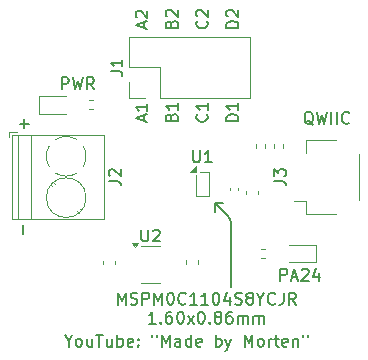
<source format=gbr>
%TF.GenerationSoftware,KiCad,Pcbnew,8.0.0-rc3-3-g27911d9b5a*%
%TF.CreationDate,2025-03-15T22:51:05+01:00*%
%TF.ProjectId,MSPM0C1104S8YCJR,4d53504d-3043-4313-9130-34533859434a,rev?*%
%TF.SameCoordinates,Original*%
%TF.FileFunction,Legend,Top*%
%TF.FilePolarity,Positive*%
%FSLAX46Y46*%
G04 Gerber Fmt 4.6, Leading zero omitted, Abs format (unit mm)*
G04 Created by KiCad (PCBNEW 8.0.0-rc3-3-g27911d9b5a) date 2025-03-15 22:51:05*
%MOMM*%
%LPD*%
G01*
G04 APERTURE LIST*
%ADD10C,0.150000*%
%ADD11C,0.200000*%
%ADD12C,0.120000*%
G04 APERTURE END LIST*
D10*
X135713445Y-90585057D02*
X135618207Y-90537438D01*
X135618207Y-90537438D02*
X135522969Y-90442200D01*
X135522969Y-90442200D02*
X135380112Y-90299342D01*
X135380112Y-90299342D02*
X135284874Y-90251723D01*
X135284874Y-90251723D02*
X135189636Y-90251723D01*
X135237255Y-90489819D02*
X135142017Y-90442200D01*
X135142017Y-90442200D02*
X135046779Y-90346961D01*
X135046779Y-90346961D02*
X134999160Y-90156485D01*
X134999160Y-90156485D02*
X134999160Y-89823152D01*
X134999160Y-89823152D02*
X135046779Y-89632676D01*
X135046779Y-89632676D02*
X135142017Y-89537438D01*
X135142017Y-89537438D02*
X135237255Y-89489819D01*
X135237255Y-89489819D02*
X135427731Y-89489819D01*
X135427731Y-89489819D02*
X135522969Y-89537438D01*
X135522969Y-89537438D02*
X135618207Y-89632676D01*
X135618207Y-89632676D02*
X135665826Y-89823152D01*
X135665826Y-89823152D02*
X135665826Y-90156485D01*
X135665826Y-90156485D02*
X135618207Y-90346961D01*
X135618207Y-90346961D02*
X135522969Y-90442200D01*
X135522969Y-90442200D02*
X135427731Y-90489819D01*
X135427731Y-90489819D02*
X135237255Y-90489819D01*
X135999160Y-89489819D02*
X136237255Y-90489819D01*
X136237255Y-90489819D02*
X136427731Y-89775533D01*
X136427731Y-89775533D02*
X136618207Y-90489819D01*
X136618207Y-90489819D02*
X136856303Y-89489819D01*
X137237255Y-90489819D02*
X137237255Y-89489819D01*
X137713445Y-90489819D02*
X137713445Y-89489819D01*
X138761063Y-90394580D02*
X138713444Y-90442200D01*
X138713444Y-90442200D02*
X138570587Y-90489819D01*
X138570587Y-90489819D02*
X138475349Y-90489819D01*
X138475349Y-90489819D02*
X138332492Y-90442200D01*
X138332492Y-90442200D02*
X138237254Y-90346961D01*
X138237254Y-90346961D02*
X138189635Y-90251723D01*
X138189635Y-90251723D02*
X138142016Y-90061247D01*
X138142016Y-90061247D02*
X138142016Y-89918390D01*
X138142016Y-89918390D02*
X138189635Y-89727914D01*
X138189635Y-89727914D02*
X138237254Y-89632676D01*
X138237254Y-89632676D02*
X138332492Y-89537438D01*
X138332492Y-89537438D02*
X138475349Y-89489819D01*
X138475349Y-89489819D02*
X138570587Y-89489819D01*
X138570587Y-89489819D02*
X138713444Y-89537438D01*
X138713444Y-89537438D02*
X138761063Y-89585057D01*
D11*
X128760000Y-98980000D02*
X128760000Y-104340000D01*
X128445525Y-98249082D02*
G75*
G02*
X128762336Y-99013935I-764854J-764852D01*
G01*
D10*
X132936779Y-103769819D02*
X132936779Y-102769819D01*
X132936779Y-102769819D02*
X133317731Y-102769819D01*
X133317731Y-102769819D02*
X133412969Y-102817438D01*
X133412969Y-102817438D02*
X133460588Y-102865057D01*
X133460588Y-102865057D02*
X133508207Y-102960295D01*
X133508207Y-102960295D02*
X133508207Y-103103152D01*
X133508207Y-103103152D02*
X133460588Y-103198390D01*
X133460588Y-103198390D02*
X133412969Y-103246009D01*
X133412969Y-103246009D02*
X133317731Y-103293628D01*
X133317731Y-103293628D02*
X132936779Y-103293628D01*
X133889160Y-103484104D02*
X134365350Y-103484104D01*
X133793922Y-103769819D02*
X134127255Y-102769819D01*
X134127255Y-102769819D02*
X134460588Y-103769819D01*
X134746303Y-102865057D02*
X134793922Y-102817438D01*
X134793922Y-102817438D02*
X134889160Y-102769819D01*
X134889160Y-102769819D02*
X135127255Y-102769819D01*
X135127255Y-102769819D02*
X135222493Y-102817438D01*
X135222493Y-102817438D02*
X135270112Y-102865057D01*
X135270112Y-102865057D02*
X135317731Y-102960295D01*
X135317731Y-102960295D02*
X135317731Y-103055533D01*
X135317731Y-103055533D02*
X135270112Y-103198390D01*
X135270112Y-103198390D02*
X134698684Y-103769819D01*
X134698684Y-103769819D02*
X135317731Y-103769819D01*
X136174874Y-103103152D02*
X136174874Y-103769819D01*
X135936779Y-102722200D02*
X135698684Y-103436485D01*
X135698684Y-103436485D02*
X136317731Y-103436485D01*
X114436779Y-87569819D02*
X114436779Y-86569819D01*
X114436779Y-86569819D02*
X114817731Y-86569819D01*
X114817731Y-86569819D02*
X114912969Y-86617438D01*
X114912969Y-86617438D02*
X114960588Y-86665057D01*
X114960588Y-86665057D02*
X115008207Y-86760295D01*
X115008207Y-86760295D02*
X115008207Y-86903152D01*
X115008207Y-86903152D02*
X114960588Y-86998390D01*
X114960588Y-86998390D02*
X114912969Y-87046009D01*
X114912969Y-87046009D02*
X114817731Y-87093628D01*
X114817731Y-87093628D02*
X114436779Y-87093628D01*
X115341541Y-86569819D02*
X115579636Y-87569819D01*
X115579636Y-87569819D02*
X115770112Y-86855533D01*
X115770112Y-86855533D02*
X115960588Y-87569819D01*
X115960588Y-87569819D02*
X116198684Y-86569819D01*
X117151064Y-87569819D02*
X116817731Y-87093628D01*
X116579636Y-87569819D02*
X116579636Y-86569819D01*
X116579636Y-86569819D02*
X116960588Y-86569819D01*
X116960588Y-86569819D02*
X117055826Y-86617438D01*
X117055826Y-86617438D02*
X117103445Y-86665057D01*
X117103445Y-86665057D02*
X117151064Y-86760295D01*
X117151064Y-86760295D02*
X117151064Y-86903152D01*
X117151064Y-86903152D02*
X117103445Y-86998390D01*
X117103445Y-86998390D02*
X117055826Y-87046009D01*
X117055826Y-87046009D02*
X116960588Y-87093628D01*
X116960588Y-87093628D02*
X116579636Y-87093628D01*
X114999998Y-108883628D02*
X114999998Y-109359819D01*
X114666665Y-108359819D02*
X114999998Y-108883628D01*
X114999998Y-108883628D02*
X115333331Y-108359819D01*
X115809522Y-109359819D02*
X115714284Y-109312200D01*
X115714284Y-109312200D02*
X115666665Y-109264580D01*
X115666665Y-109264580D02*
X115619046Y-109169342D01*
X115619046Y-109169342D02*
X115619046Y-108883628D01*
X115619046Y-108883628D02*
X115666665Y-108788390D01*
X115666665Y-108788390D02*
X115714284Y-108740771D01*
X115714284Y-108740771D02*
X115809522Y-108693152D01*
X115809522Y-108693152D02*
X115952379Y-108693152D01*
X115952379Y-108693152D02*
X116047617Y-108740771D01*
X116047617Y-108740771D02*
X116095236Y-108788390D01*
X116095236Y-108788390D02*
X116142855Y-108883628D01*
X116142855Y-108883628D02*
X116142855Y-109169342D01*
X116142855Y-109169342D02*
X116095236Y-109264580D01*
X116095236Y-109264580D02*
X116047617Y-109312200D01*
X116047617Y-109312200D02*
X115952379Y-109359819D01*
X115952379Y-109359819D02*
X115809522Y-109359819D01*
X116999998Y-108693152D02*
X116999998Y-109359819D01*
X116571427Y-108693152D02*
X116571427Y-109216961D01*
X116571427Y-109216961D02*
X116619046Y-109312200D01*
X116619046Y-109312200D02*
X116714284Y-109359819D01*
X116714284Y-109359819D02*
X116857141Y-109359819D01*
X116857141Y-109359819D02*
X116952379Y-109312200D01*
X116952379Y-109312200D02*
X116999998Y-109264580D01*
X117333332Y-108359819D02*
X117904760Y-108359819D01*
X117619046Y-109359819D02*
X117619046Y-108359819D01*
X118666665Y-108693152D02*
X118666665Y-109359819D01*
X118238094Y-108693152D02*
X118238094Y-109216961D01*
X118238094Y-109216961D02*
X118285713Y-109312200D01*
X118285713Y-109312200D02*
X118380951Y-109359819D01*
X118380951Y-109359819D02*
X118523808Y-109359819D01*
X118523808Y-109359819D02*
X118619046Y-109312200D01*
X118619046Y-109312200D02*
X118666665Y-109264580D01*
X119142856Y-109359819D02*
X119142856Y-108359819D01*
X119142856Y-108740771D02*
X119238094Y-108693152D01*
X119238094Y-108693152D02*
X119428570Y-108693152D01*
X119428570Y-108693152D02*
X119523808Y-108740771D01*
X119523808Y-108740771D02*
X119571427Y-108788390D01*
X119571427Y-108788390D02*
X119619046Y-108883628D01*
X119619046Y-108883628D02*
X119619046Y-109169342D01*
X119619046Y-109169342D02*
X119571427Y-109264580D01*
X119571427Y-109264580D02*
X119523808Y-109312200D01*
X119523808Y-109312200D02*
X119428570Y-109359819D01*
X119428570Y-109359819D02*
X119238094Y-109359819D01*
X119238094Y-109359819D02*
X119142856Y-109312200D01*
X120428570Y-109312200D02*
X120333332Y-109359819D01*
X120333332Y-109359819D02*
X120142856Y-109359819D01*
X120142856Y-109359819D02*
X120047618Y-109312200D01*
X120047618Y-109312200D02*
X119999999Y-109216961D01*
X119999999Y-109216961D02*
X119999999Y-108836009D01*
X119999999Y-108836009D02*
X120047618Y-108740771D01*
X120047618Y-108740771D02*
X120142856Y-108693152D01*
X120142856Y-108693152D02*
X120333332Y-108693152D01*
X120333332Y-108693152D02*
X120428570Y-108740771D01*
X120428570Y-108740771D02*
X120476189Y-108836009D01*
X120476189Y-108836009D02*
X120476189Y-108931247D01*
X120476189Y-108931247D02*
X119999999Y-109026485D01*
X120904761Y-109264580D02*
X120952380Y-109312200D01*
X120952380Y-109312200D02*
X120904761Y-109359819D01*
X120904761Y-109359819D02*
X120857142Y-109312200D01*
X120857142Y-109312200D02*
X120904761Y-109264580D01*
X120904761Y-109264580D02*
X120904761Y-109359819D01*
X120904761Y-108740771D02*
X120952380Y-108788390D01*
X120952380Y-108788390D02*
X120904761Y-108836009D01*
X120904761Y-108836009D02*
X120857142Y-108788390D01*
X120857142Y-108788390D02*
X120904761Y-108740771D01*
X120904761Y-108740771D02*
X120904761Y-108836009D01*
X122095237Y-108359819D02*
X122095237Y-108550295D01*
X122476189Y-108359819D02*
X122476189Y-108550295D01*
X122904761Y-109359819D02*
X122904761Y-108359819D01*
X122904761Y-108359819D02*
X123238094Y-109074104D01*
X123238094Y-109074104D02*
X123571427Y-108359819D01*
X123571427Y-108359819D02*
X123571427Y-109359819D01*
X124476189Y-109359819D02*
X124476189Y-108836009D01*
X124476189Y-108836009D02*
X124428570Y-108740771D01*
X124428570Y-108740771D02*
X124333332Y-108693152D01*
X124333332Y-108693152D02*
X124142856Y-108693152D01*
X124142856Y-108693152D02*
X124047618Y-108740771D01*
X124476189Y-109312200D02*
X124380951Y-109359819D01*
X124380951Y-109359819D02*
X124142856Y-109359819D01*
X124142856Y-109359819D02*
X124047618Y-109312200D01*
X124047618Y-109312200D02*
X123999999Y-109216961D01*
X123999999Y-109216961D02*
X123999999Y-109121723D01*
X123999999Y-109121723D02*
X124047618Y-109026485D01*
X124047618Y-109026485D02*
X124142856Y-108978866D01*
X124142856Y-108978866D02*
X124380951Y-108978866D01*
X124380951Y-108978866D02*
X124476189Y-108931247D01*
X125380951Y-109359819D02*
X125380951Y-108359819D01*
X125380951Y-109312200D02*
X125285713Y-109359819D01*
X125285713Y-109359819D02*
X125095237Y-109359819D01*
X125095237Y-109359819D02*
X124999999Y-109312200D01*
X124999999Y-109312200D02*
X124952380Y-109264580D01*
X124952380Y-109264580D02*
X124904761Y-109169342D01*
X124904761Y-109169342D02*
X124904761Y-108883628D01*
X124904761Y-108883628D02*
X124952380Y-108788390D01*
X124952380Y-108788390D02*
X124999999Y-108740771D01*
X124999999Y-108740771D02*
X125095237Y-108693152D01*
X125095237Y-108693152D02*
X125285713Y-108693152D01*
X125285713Y-108693152D02*
X125380951Y-108740771D01*
X126238094Y-109312200D02*
X126142856Y-109359819D01*
X126142856Y-109359819D02*
X125952380Y-109359819D01*
X125952380Y-109359819D02*
X125857142Y-109312200D01*
X125857142Y-109312200D02*
X125809523Y-109216961D01*
X125809523Y-109216961D02*
X125809523Y-108836009D01*
X125809523Y-108836009D02*
X125857142Y-108740771D01*
X125857142Y-108740771D02*
X125952380Y-108693152D01*
X125952380Y-108693152D02*
X126142856Y-108693152D01*
X126142856Y-108693152D02*
X126238094Y-108740771D01*
X126238094Y-108740771D02*
X126285713Y-108836009D01*
X126285713Y-108836009D02*
X126285713Y-108931247D01*
X126285713Y-108931247D02*
X125809523Y-109026485D01*
X127476190Y-109359819D02*
X127476190Y-108359819D01*
X127476190Y-108740771D02*
X127571428Y-108693152D01*
X127571428Y-108693152D02*
X127761904Y-108693152D01*
X127761904Y-108693152D02*
X127857142Y-108740771D01*
X127857142Y-108740771D02*
X127904761Y-108788390D01*
X127904761Y-108788390D02*
X127952380Y-108883628D01*
X127952380Y-108883628D02*
X127952380Y-109169342D01*
X127952380Y-109169342D02*
X127904761Y-109264580D01*
X127904761Y-109264580D02*
X127857142Y-109312200D01*
X127857142Y-109312200D02*
X127761904Y-109359819D01*
X127761904Y-109359819D02*
X127571428Y-109359819D01*
X127571428Y-109359819D02*
X127476190Y-109312200D01*
X128285714Y-108693152D02*
X128523809Y-109359819D01*
X128761904Y-108693152D02*
X128523809Y-109359819D01*
X128523809Y-109359819D02*
X128428571Y-109597914D01*
X128428571Y-109597914D02*
X128380952Y-109645533D01*
X128380952Y-109645533D02*
X128285714Y-109693152D01*
X129904762Y-109359819D02*
X129904762Y-108359819D01*
X129904762Y-108359819D02*
X130238095Y-109074104D01*
X130238095Y-109074104D02*
X130571428Y-108359819D01*
X130571428Y-108359819D02*
X130571428Y-109359819D01*
X131190476Y-109359819D02*
X131095238Y-109312200D01*
X131095238Y-109312200D02*
X131047619Y-109264580D01*
X131047619Y-109264580D02*
X131000000Y-109169342D01*
X131000000Y-109169342D02*
X131000000Y-108883628D01*
X131000000Y-108883628D02*
X131047619Y-108788390D01*
X131047619Y-108788390D02*
X131095238Y-108740771D01*
X131095238Y-108740771D02*
X131190476Y-108693152D01*
X131190476Y-108693152D02*
X131333333Y-108693152D01*
X131333333Y-108693152D02*
X131428571Y-108740771D01*
X131428571Y-108740771D02*
X131476190Y-108788390D01*
X131476190Y-108788390D02*
X131523809Y-108883628D01*
X131523809Y-108883628D02*
X131523809Y-109169342D01*
X131523809Y-109169342D02*
X131476190Y-109264580D01*
X131476190Y-109264580D02*
X131428571Y-109312200D01*
X131428571Y-109312200D02*
X131333333Y-109359819D01*
X131333333Y-109359819D02*
X131190476Y-109359819D01*
X131952381Y-109359819D02*
X131952381Y-108693152D01*
X131952381Y-108883628D02*
X132000000Y-108788390D01*
X132000000Y-108788390D02*
X132047619Y-108740771D01*
X132047619Y-108740771D02*
X132142857Y-108693152D01*
X132142857Y-108693152D02*
X132238095Y-108693152D01*
X132428572Y-108693152D02*
X132809524Y-108693152D01*
X132571429Y-108359819D02*
X132571429Y-109216961D01*
X132571429Y-109216961D02*
X132619048Y-109312200D01*
X132619048Y-109312200D02*
X132714286Y-109359819D01*
X132714286Y-109359819D02*
X132809524Y-109359819D01*
X133523810Y-109312200D02*
X133428572Y-109359819D01*
X133428572Y-109359819D02*
X133238096Y-109359819D01*
X133238096Y-109359819D02*
X133142858Y-109312200D01*
X133142858Y-109312200D02*
X133095239Y-109216961D01*
X133095239Y-109216961D02*
X133095239Y-108836009D01*
X133095239Y-108836009D02*
X133142858Y-108740771D01*
X133142858Y-108740771D02*
X133238096Y-108693152D01*
X133238096Y-108693152D02*
X133428572Y-108693152D01*
X133428572Y-108693152D02*
X133523810Y-108740771D01*
X133523810Y-108740771D02*
X133571429Y-108836009D01*
X133571429Y-108836009D02*
X133571429Y-108931247D01*
X133571429Y-108931247D02*
X133095239Y-109026485D01*
X134000001Y-108693152D02*
X134000001Y-109359819D01*
X134000001Y-108788390D02*
X134047620Y-108740771D01*
X134047620Y-108740771D02*
X134142858Y-108693152D01*
X134142858Y-108693152D02*
X134285715Y-108693152D01*
X134285715Y-108693152D02*
X134380953Y-108740771D01*
X134380953Y-108740771D02*
X134428572Y-108836009D01*
X134428572Y-108836009D02*
X134428572Y-109359819D01*
X134857144Y-108359819D02*
X134857144Y-108550295D01*
X135238096Y-108359819D02*
X135238096Y-108550295D01*
D11*
X128437734Y-98237734D02*
X127400000Y-97200000D01*
X127400000Y-97976346D02*
X127400000Y-97223654D01*
X127400000Y-97200000D02*
X128100000Y-97200000D01*
D10*
X129369819Y-90263220D02*
X128369819Y-90263220D01*
X128369819Y-90263220D02*
X128369819Y-90025125D01*
X128369819Y-90025125D02*
X128417438Y-89882268D01*
X128417438Y-89882268D02*
X128512676Y-89787030D01*
X128512676Y-89787030D02*
X128607914Y-89739411D01*
X128607914Y-89739411D02*
X128798390Y-89691792D01*
X128798390Y-89691792D02*
X128941247Y-89691792D01*
X128941247Y-89691792D02*
X129131723Y-89739411D01*
X129131723Y-89739411D02*
X129226961Y-89787030D01*
X129226961Y-89787030D02*
X129322200Y-89882268D01*
X129322200Y-89882268D02*
X129369819Y-90025125D01*
X129369819Y-90025125D02*
X129369819Y-90263220D01*
X129369819Y-88739411D02*
X129369819Y-89310839D01*
X129369819Y-89025125D02*
X128369819Y-89025125D01*
X128369819Y-89025125D02*
X128512676Y-89120363D01*
X128512676Y-89120363D02*
X128607914Y-89215601D01*
X128607914Y-89215601D02*
X128655533Y-89310839D01*
D11*
X111186266Y-99830326D02*
X111186266Y-99068422D01*
X110869673Y-90486266D02*
X111631578Y-90486266D01*
X111250625Y-90867219D02*
X111250625Y-90105314D01*
D10*
X129369819Y-82363220D02*
X128369819Y-82363220D01*
X128369819Y-82363220D02*
X128369819Y-82125125D01*
X128369819Y-82125125D02*
X128417438Y-81982268D01*
X128417438Y-81982268D02*
X128512676Y-81887030D01*
X128512676Y-81887030D02*
X128607914Y-81839411D01*
X128607914Y-81839411D02*
X128798390Y-81791792D01*
X128798390Y-81791792D02*
X128941247Y-81791792D01*
X128941247Y-81791792D02*
X129131723Y-81839411D01*
X129131723Y-81839411D02*
X129226961Y-81887030D01*
X129226961Y-81887030D02*
X129322200Y-81982268D01*
X129322200Y-81982268D02*
X129369819Y-82125125D01*
X129369819Y-82125125D02*
X129369819Y-82363220D01*
X128465057Y-81410839D02*
X128417438Y-81363220D01*
X128417438Y-81363220D02*
X128369819Y-81267982D01*
X128369819Y-81267982D02*
X128369819Y-81029887D01*
X128369819Y-81029887D02*
X128417438Y-80934649D01*
X128417438Y-80934649D02*
X128465057Y-80887030D01*
X128465057Y-80887030D02*
X128560295Y-80839411D01*
X128560295Y-80839411D02*
X128655533Y-80839411D01*
X128655533Y-80839411D02*
X128798390Y-80887030D01*
X128798390Y-80887030D02*
X129369819Y-81458458D01*
X129369819Y-81458458D02*
X129369819Y-80839411D01*
X123712675Y-89929887D02*
X123760294Y-89787030D01*
X123760294Y-89787030D02*
X123807913Y-89739411D01*
X123807913Y-89739411D02*
X123903151Y-89691792D01*
X123903151Y-89691792D02*
X124046008Y-89691792D01*
X124046008Y-89691792D02*
X124141246Y-89739411D01*
X124141246Y-89739411D02*
X124188866Y-89787030D01*
X124188866Y-89787030D02*
X124236485Y-89882268D01*
X124236485Y-89882268D02*
X124236485Y-90263220D01*
X124236485Y-90263220D02*
X123236485Y-90263220D01*
X123236485Y-90263220D02*
X123236485Y-89929887D01*
X123236485Y-89929887D02*
X123284104Y-89834649D01*
X123284104Y-89834649D02*
X123331723Y-89787030D01*
X123331723Y-89787030D02*
X123426961Y-89739411D01*
X123426961Y-89739411D02*
X123522199Y-89739411D01*
X123522199Y-89739411D02*
X123617437Y-89787030D01*
X123617437Y-89787030D02*
X123665056Y-89834649D01*
X123665056Y-89834649D02*
X123712675Y-89929887D01*
X123712675Y-89929887D02*
X123712675Y-90263220D01*
X124236485Y-88739411D02*
X124236485Y-89310839D01*
X124236485Y-89025125D02*
X123236485Y-89025125D01*
X123236485Y-89025125D02*
X123379342Y-89120363D01*
X123379342Y-89120363D02*
X123474580Y-89215601D01*
X123474580Y-89215601D02*
X123522199Y-89310839D01*
X121384104Y-90239410D02*
X121384104Y-89763220D01*
X121669819Y-90334648D02*
X120669819Y-90001315D01*
X120669819Y-90001315D02*
X121669819Y-89667982D01*
X121669819Y-88810839D02*
X121669819Y-89382267D01*
X121669819Y-89096553D02*
X120669819Y-89096553D01*
X120669819Y-89096553D02*
X120812676Y-89191791D01*
X120812676Y-89191791D02*
X120907914Y-89287029D01*
X120907914Y-89287029D02*
X120955533Y-89382267D01*
X123712675Y-82029887D02*
X123760294Y-81887030D01*
X123760294Y-81887030D02*
X123807913Y-81839411D01*
X123807913Y-81839411D02*
X123903151Y-81791792D01*
X123903151Y-81791792D02*
X124046008Y-81791792D01*
X124046008Y-81791792D02*
X124141246Y-81839411D01*
X124141246Y-81839411D02*
X124188866Y-81887030D01*
X124188866Y-81887030D02*
X124236485Y-81982268D01*
X124236485Y-81982268D02*
X124236485Y-82363220D01*
X124236485Y-82363220D02*
X123236485Y-82363220D01*
X123236485Y-82363220D02*
X123236485Y-82029887D01*
X123236485Y-82029887D02*
X123284104Y-81934649D01*
X123284104Y-81934649D02*
X123331723Y-81887030D01*
X123331723Y-81887030D02*
X123426961Y-81839411D01*
X123426961Y-81839411D02*
X123522199Y-81839411D01*
X123522199Y-81839411D02*
X123617437Y-81887030D01*
X123617437Y-81887030D02*
X123665056Y-81934649D01*
X123665056Y-81934649D02*
X123712675Y-82029887D01*
X123712675Y-82029887D02*
X123712675Y-82363220D01*
X123331723Y-81410839D02*
X123284104Y-81363220D01*
X123284104Y-81363220D02*
X123236485Y-81267982D01*
X123236485Y-81267982D02*
X123236485Y-81029887D01*
X123236485Y-81029887D02*
X123284104Y-80934649D01*
X123284104Y-80934649D02*
X123331723Y-80887030D01*
X123331723Y-80887030D02*
X123426961Y-80839411D01*
X123426961Y-80839411D02*
X123522199Y-80839411D01*
X123522199Y-80839411D02*
X123665056Y-80887030D01*
X123665056Y-80887030D02*
X124236485Y-81458458D01*
X124236485Y-81458458D02*
X124236485Y-80839411D01*
X126707912Y-89691792D02*
X126755532Y-89739411D01*
X126755532Y-89739411D02*
X126803151Y-89882268D01*
X126803151Y-89882268D02*
X126803151Y-89977506D01*
X126803151Y-89977506D02*
X126755532Y-90120363D01*
X126755532Y-90120363D02*
X126660293Y-90215601D01*
X126660293Y-90215601D02*
X126565055Y-90263220D01*
X126565055Y-90263220D02*
X126374579Y-90310839D01*
X126374579Y-90310839D02*
X126231722Y-90310839D01*
X126231722Y-90310839D02*
X126041246Y-90263220D01*
X126041246Y-90263220D02*
X125946008Y-90215601D01*
X125946008Y-90215601D02*
X125850770Y-90120363D01*
X125850770Y-90120363D02*
X125803151Y-89977506D01*
X125803151Y-89977506D02*
X125803151Y-89882268D01*
X125803151Y-89882268D02*
X125850770Y-89739411D01*
X125850770Y-89739411D02*
X125898389Y-89691792D01*
X126803151Y-88739411D02*
X126803151Y-89310839D01*
X126803151Y-89025125D02*
X125803151Y-89025125D01*
X125803151Y-89025125D02*
X125946008Y-89120363D01*
X125946008Y-89120363D02*
X126041246Y-89215601D01*
X126041246Y-89215601D02*
X126088865Y-89310839D01*
X126707912Y-81791792D02*
X126755532Y-81839411D01*
X126755532Y-81839411D02*
X126803151Y-81982268D01*
X126803151Y-81982268D02*
X126803151Y-82077506D01*
X126803151Y-82077506D02*
X126755532Y-82220363D01*
X126755532Y-82220363D02*
X126660293Y-82315601D01*
X126660293Y-82315601D02*
X126565055Y-82363220D01*
X126565055Y-82363220D02*
X126374579Y-82410839D01*
X126374579Y-82410839D02*
X126231722Y-82410839D01*
X126231722Y-82410839D02*
X126041246Y-82363220D01*
X126041246Y-82363220D02*
X125946008Y-82315601D01*
X125946008Y-82315601D02*
X125850770Y-82220363D01*
X125850770Y-82220363D02*
X125803151Y-82077506D01*
X125803151Y-82077506D02*
X125803151Y-81982268D01*
X125803151Y-81982268D02*
X125850770Y-81839411D01*
X125850770Y-81839411D02*
X125898389Y-81791792D01*
X125898389Y-81410839D02*
X125850770Y-81363220D01*
X125850770Y-81363220D02*
X125803151Y-81267982D01*
X125803151Y-81267982D02*
X125803151Y-81029887D01*
X125803151Y-81029887D02*
X125850770Y-80934649D01*
X125850770Y-80934649D02*
X125898389Y-80887030D01*
X125898389Y-80887030D02*
X125993627Y-80839411D01*
X125993627Y-80839411D02*
X126088865Y-80839411D01*
X126088865Y-80839411D02*
X126231722Y-80887030D01*
X126231722Y-80887030D02*
X126803151Y-81458458D01*
X126803151Y-81458458D02*
X126803151Y-80839411D01*
X119156190Y-105799875D02*
X119156190Y-104799875D01*
X119156190Y-104799875D02*
X119489523Y-105514160D01*
X119489523Y-105514160D02*
X119822856Y-104799875D01*
X119822856Y-104799875D02*
X119822856Y-105799875D01*
X120251428Y-105752256D02*
X120394285Y-105799875D01*
X120394285Y-105799875D02*
X120632380Y-105799875D01*
X120632380Y-105799875D02*
X120727618Y-105752256D01*
X120727618Y-105752256D02*
X120775237Y-105704636D01*
X120775237Y-105704636D02*
X120822856Y-105609398D01*
X120822856Y-105609398D02*
X120822856Y-105514160D01*
X120822856Y-105514160D02*
X120775237Y-105418922D01*
X120775237Y-105418922D02*
X120727618Y-105371303D01*
X120727618Y-105371303D02*
X120632380Y-105323684D01*
X120632380Y-105323684D02*
X120441904Y-105276065D01*
X120441904Y-105276065D02*
X120346666Y-105228446D01*
X120346666Y-105228446D02*
X120299047Y-105180827D01*
X120299047Y-105180827D02*
X120251428Y-105085589D01*
X120251428Y-105085589D02*
X120251428Y-104990351D01*
X120251428Y-104990351D02*
X120299047Y-104895113D01*
X120299047Y-104895113D02*
X120346666Y-104847494D01*
X120346666Y-104847494D02*
X120441904Y-104799875D01*
X120441904Y-104799875D02*
X120679999Y-104799875D01*
X120679999Y-104799875D02*
X120822856Y-104847494D01*
X121251428Y-105799875D02*
X121251428Y-104799875D01*
X121251428Y-104799875D02*
X121632380Y-104799875D01*
X121632380Y-104799875D02*
X121727618Y-104847494D01*
X121727618Y-104847494D02*
X121775237Y-104895113D01*
X121775237Y-104895113D02*
X121822856Y-104990351D01*
X121822856Y-104990351D02*
X121822856Y-105133208D01*
X121822856Y-105133208D02*
X121775237Y-105228446D01*
X121775237Y-105228446D02*
X121727618Y-105276065D01*
X121727618Y-105276065D02*
X121632380Y-105323684D01*
X121632380Y-105323684D02*
X121251428Y-105323684D01*
X122251428Y-105799875D02*
X122251428Y-104799875D01*
X122251428Y-104799875D02*
X122584761Y-105514160D01*
X122584761Y-105514160D02*
X122918094Y-104799875D01*
X122918094Y-104799875D02*
X122918094Y-105799875D01*
X123584761Y-104799875D02*
X123679999Y-104799875D01*
X123679999Y-104799875D02*
X123775237Y-104847494D01*
X123775237Y-104847494D02*
X123822856Y-104895113D01*
X123822856Y-104895113D02*
X123870475Y-104990351D01*
X123870475Y-104990351D02*
X123918094Y-105180827D01*
X123918094Y-105180827D02*
X123918094Y-105418922D01*
X123918094Y-105418922D02*
X123870475Y-105609398D01*
X123870475Y-105609398D02*
X123822856Y-105704636D01*
X123822856Y-105704636D02*
X123775237Y-105752256D01*
X123775237Y-105752256D02*
X123679999Y-105799875D01*
X123679999Y-105799875D02*
X123584761Y-105799875D01*
X123584761Y-105799875D02*
X123489523Y-105752256D01*
X123489523Y-105752256D02*
X123441904Y-105704636D01*
X123441904Y-105704636D02*
X123394285Y-105609398D01*
X123394285Y-105609398D02*
X123346666Y-105418922D01*
X123346666Y-105418922D02*
X123346666Y-105180827D01*
X123346666Y-105180827D02*
X123394285Y-104990351D01*
X123394285Y-104990351D02*
X123441904Y-104895113D01*
X123441904Y-104895113D02*
X123489523Y-104847494D01*
X123489523Y-104847494D02*
X123584761Y-104799875D01*
X124918094Y-105704636D02*
X124870475Y-105752256D01*
X124870475Y-105752256D02*
X124727618Y-105799875D01*
X124727618Y-105799875D02*
X124632380Y-105799875D01*
X124632380Y-105799875D02*
X124489523Y-105752256D01*
X124489523Y-105752256D02*
X124394285Y-105657017D01*
X124394285Y-105657017D02*
X124346666Y-105561779D01*
X124346666Y-105561779D02*
X124299047Y-105371303D01*
X124299047Y-105371303D02*
X124299047Y-105228446D01*
X124299047Y-105228446D02*
X124346666Y-105037970D01*
X124346666Y-105037970D02*
X124394285Y-104942732D01*
X124394285Y-104942732D02*
X124489523Y-104847494D01*
X124489523Y-104847494D02*
X124632380Y-104799875D01*
X124632380Y-104799875D02*
X124727618Y-104799875D01*
X124727618Y-104799875D02*
X124870475Y-104847494D01*
X124870475Y-104847494D02*
X124918094Y-104895113D01*
X125870475Y-105799875D02*
X125299047Y-105799875D01*
X125584761Y-105799875D02*
X125584761Y-104799875D01*
X125584761Y-104799875D02*
X125489523Y-104942732D01*
X125489523Y-104942732D02*
X125394285Y-105037970D01*
X125394285Y-105037970D02*
X125299047Y-105085589D01*
X126822856Y-105799875D02*
X126251428Y-105799875D01*
X126537142Y-105799875D02*
X126537142Y-104799875D01*
X126537142Y-104799875D02*
X126441904Y-104942732D01*
X126441904Y-104942732D02*
X126346666Y-105037970D01*
X126346666Y-105037970D02*
X126251428Y-105085589D01*
X127441904Y-104799875D02*
X127537142Y-104799875D01*
X127537142Y-104799875D02*
X127632380Y-104847494D01*
X127632380Y-104847494D02*
X127679999Y-104895113D01*
X127679999Y-104895113D02*
X127727618Y-104990351D01*
X127727618Y-104990351D02*
X127775237Y-105180827D01*
X127775237Y-105180827D02*
X127775237Y-105418922D01*
X127775237Y-105418922D02*
X127727618Y-105609398D01*
X127727618Y-105609398D02*
X127679999Y-105704636D01*
X127679999Y-105704636D02*
X127632380Y-105752256D01*
X127632380Y-105752256D02*
X127537142Y-105799875D01*
X127537142Y-105799875D02*
X127441904Y-105799875D01*
X127441904Y-105799875D02*
X127346666Y-105752256D01*
X127346666Y-105752256D02*
X127299047Y-105704636D01*
X127299047Y-105704636D02*
X127251428Y-105609398D01*
X127251428Y-105609398D02*
X127203809Y-105418922D01*
X127203809Y-105418922D02*
X127203809Y-105180827D01*
X127203809Y-105180827D02*
X127251428Y-104990351D01*
X127251428Y-104990351D02*
X127299047Y-104895113D01*
X127299047Y-104895113D02*
X127346666Y-104847494D01*
X127346666Y-104847494D02*
X127441904Y-104799875D01*
X128632380Y-105133208D02*
X128632380Y-105799875D01*
X128394285Y-104752256D02*
X128156190Y-105466541D01*
X128156190Y-105466541D02*
X128775237Y-105466541D01*
X129108571Y-105752256D02*
X129251428Y-105799875D01*
X129251428Y-105799875D02*
X129489523Y-105799875D01*
X129489523Y-105799875D02*
X129584761Y-105752256D01*
X129584761Y-105752256D02*
X129632380Y-105704636D01*
X129632380Y-105704636D02*
X129679999Y-105609398D01*
X129679999Y-105609398D02*
X129679999Y-105514160D01*
X129679999Y-105514160D02*
X129632380Y-105418922D01*
X129632380Y-105418922D02*
X129584761Y-105371303D01*
X129584761Y-105371303D02*
X129489523Y-105323684D01*
X129489523Y-105323684D02*
X129299047Y-105276065D01*
X129299047Y-105276065D02*
X129203809Y-105228446D01*
X129203809Y-105228446D02*
X129156190Y-105180827D01*
X129156190Y-105180827D02*
X129108571Y-105085589D01*
X129108571Y-105085589D02*
X129108571Y-104990351D01*
X129108571Y-104990351D02*
X129156190Y-104895113D01*
X129156190Y-104895113D02*
X129203809Y-104847494D01*
X129203809Y-104847494D02*
X129299047Y-104799875D01*
X129299047Y-104799875D02*
X129537142Y-104799875D01*
X129537142Y-104799875D02*
X129679999Y-104847494D01*
X130251428Y-105228446D02*
X130156190Y-105180827D01*
X130156190Y-105180827D02*
X130108571Y-105133208D01*
X130108571Y-105133208D02*
X130060952Y-105037970D01*
X130060952Y-105037970D02*
X130060952Y-104990351D01*
X130060952Y-104990351D02*
X130108571Y-104895113D01*
X130108571Y-104895113D02*
X130156190Y-104847494D01*
X130156190Y-104847494D02*
X130251428Y-104799875D01*
X130251428Y-104799875D02*
X130441904Y-104799875D01*
X130441904Y-104799875D02*
X130537142Y-104847494D01*
X130537142Y-104847494D02*
X130584761Y-104895113D01*
X130584761Y-104895113D02*
X130632380Y-104990351D01*
X130632380Y-104990351D02*
X130632380Y-105037970D01*
X130632380Y-105037970D02*
X130584761Y-105133208D01*
X130584761Y-105133208D02*
X130537142Y-105180827D01*
X130537142Y-105180827D02*
X130441904Y-105228446D01*
X130441904Y-105228446D02*
X130251428Y-105228446D01*
X130251428Y-105228446D02*
X130156190Y-105276065D01*
X130156190Y-105276065D02*
X130108571Y-105323684D01*
X130108571Y-105323684D02*
X130060952Y-105418922D01*
X130060952Y-105418922D02*
X130060952Y-105609398D01*
X130060952Y-105609398D02*
X130108571Y-105704636D01*
X130108571Y-105704636D02*
X130156190Y-105752256D01*
X130156190Y-105752256D02*
X130251428Y-105799875D01*
X130251428Y-105799875D02*
X130441904Y-105799875D01*
X130441904Y-105799875D02*
X130537142Y-105752256D01*
X130537142Y-105752256D02*
X130584761Y-105704636D01*
X130584761Y-105704636D02*
X130632380Y-105609398D01*
X130632380Y-105609398D02*
X130632380Y-105418922D01*
X130632380Y-105418922D02*
X130584761Y-105323684D01*
X130584761Y-105323684D02*
X130537142Y-105276065D01*
X130537142Y-105276065D02*
X130441904Y-105228446D01*
X131251428Y-105323684D02*
X131251428Y-105799875D01*
X130918095Y-104799875D02*
X131251428Y-105323684D01*
X131251428Y-105323684D02*
X131584761Y-104799875D01*
X132489523Y-105704636D02*
X132441904Y-105752256D01*
X132441904Y-105752256D02*
X132299047Y-105799875D01*
X132299047Y-105799875D02*
X132203809Y-105799875D01*
X132203809Y-105799875D02*
X132060952Y-105752256D01*
X132060952Y-105752256D02*
X131965714Y-105657017D01*
X131965714Y-105657017D02*
X131918095Y-105561779D01*
X131918095Y-105561779D02*
X131870476Y-105371303D01*
X131870476Y-105371303D02*
X131870476Y-105228446D01*
X131870476Y-105228446D02*
X131918095Y-105037970D01*
X131918095Y-105037970D02*
X131965714Y-104942732D01*
X131965714Y-104942732D02*
X132060952Y-104847494D01*
X132060952Y-104847494D02*
X132203809Y-104799875D01*
X132203809Y-104799875D02*
X132299047Y-104799875D01*
X132299047Y-104799875D02*
X132441904Y-104847494D01*
X132441904Y-104847494D02*
X132489523Y-104895113D01*
X133203809Y-104799875D02*
X133203809Y-105514160D01*
X133203809Y-105514160D02*
X133156190Y-105657017D01*
X133156190Y-105657017D02*
X133060952Y-105752256D01*
X133060952Y-105752256D02*
X132918095Y-105799875D01*
X132918095Y-105799875D02*
X132822857Y-105799875D01*
X134251428Y-105799875D02*
X133918095Y-105323684D01*
X133680000Y-105799875D02*
X133680000Y-104799875D01*
X133680000Y-104799875D02*
X134060952Y-104799875D01*
X134060952Y-104799875D02*
X134156190Y-104847494D01*
X134156190Y-104847494D02*
X134203809Y-104895113D01*
X134203809Y-104895113D02*
X134251428Y-104990351D01*
X134251428Y-104990351D02*
X134251428Y-105133208D01*
X134251428Y-105133208D02*
X134203809Y-105228446D01*
X134203809Y-105228446D02*
X134156190Y-105276065D01*
X134156190Y-105276065D02*
X134060952Y-105323684D01*
X134060952Y-105323684D02*
X133680000Y-105323684D01*
X122370476Y-107409819D02*
X121799048Y-107409819D01*
X122084762Y-107409819D02*
X122084762Y-106409819D01*
X122084762Y-106409819D02*
X121989524Y-106552676D01*
X121989524Y-106552676D02*
X121894286Y-106647914D01*
X121894286Y-106647914D02*
X121799048Y-106695533D01*
X122799048Y-107314580D02*
X122846667Y-107362200D01*
X122846667Y-107362200D02*
X122799048Y-107409819D01*
X122799048Y-107409819D02*
X122751429Y-107362200D01*
X122751429Y-107362200D02*
X122799048Y-107314580D01*
X122799048Y-107314580D02*
X122799048Y-107409819D01*
X123703809Y-106409819D02*
X123513333Y-106409819D01*
X123513333Y-106409819D02*
X123418095Y-106457438D01*
X123418095Y-106457438D02*
X123370476Y-106505057D01*
X123370476Y-106505057D02*
X123275238Y-106647914D01*
X123275238Y-106647914D02*
X123227619Y-106838390D01*
X123227619Y-106838390D02*
X123227619Y-107219342D01*
X123227619Y-107219342D02*
X123275238Y-107314580D01*
X123275238Y-107314580D02*
X123322857Y-107362200D01*
X123322857Y-107362200D02*
X123418095Y-107409819D01*
X123418095Y-107409819D02*
X123608571Y-107409819D01*
X123608571Y-107409819D02*
X123703809Y-107362200D01*
X123703809Y-107362200D02*
X123751428Y-107314580D01*
X123751428Y-107314580D02*
X123799047Y-107219342D01*
X123799047Y-107219342D02*
X123799047Y-106981247D01*
X123799047Y-106981247D02*
X123751428Y-106886009D01*
X123751428Y-106886009D02*
X123703809Y-106838390D01*
X123703809Y-106838390D02*
X123608571Y-106790771D01*
X123608571Y-106790771D02*
X123418095Y-106790771D01*
X123418095Y-106790771D02*
X123322857Y-106838390D01*
X123322857Y-106838390D02*
X123275238Y-106886009D01*
X123275238Y-106886009D02*
X123227619Y-106981247D01*
X124418095Y-106409819D02*
X124513333Y-106409819D01*
X124513333Y-106409819D02*
X124608571Y-106457438D01*
X124608571Y-106457438D02*
X124656190Y-106505057D01*
X124656190Y-106505057D02*
X124703809Y-106600295D01*
X124703809Y-106600295D02*
X124751428Y-106790771D01*
X124751428Y-106790771D02*
X124751428Y-107028866D01*
X124751428Y-107028866D02*
X124703809Y-107219342D01*
X124703809Y-107219342D02*
X124656190Y-107314580D01*
X124656190Y-107314580D02*
X124608571Y-107362200D01*
X124608571Y-107362200D02*
X124513333Y-107409819D01*
X124513333Y-107409819D02*
X124418095Y-107409819D01*
X124418095Y-107409819D02*
X124322857Y-107362200D01*
X124322857Y-107362200D02*
X124275238Y-107314580D01*
X124275238Y-107314580D02*
X124227619Y-107219342D01*
X124227619Y-107219342D02*
X124180000Y-107028866D01*
X124180000Y-107028866D02*
X124180000Y-106790771D01*
X124180000Y-106790771D02*
X124227619Y-106600295D01*
X124227619Y-106600295D02*
X124275238Y-106505057D01*
X124275238Y-106505057D02*
X124322857Y-106457438D01*
X124322857Y-106457438D02*
X124418095Y-106409819D01*
X125084762Y-107409819D02*
X125608571Y-106743152D01*
X125084762Y-106743152D02*
X125608571Y-107409819D01*
X126180000Y-106409819D02*
X126275238Y-106409819D01*
X126275238Y-106409819D02*
X126370476Y-106457438D01*
X126370476Y-106457438D02*
X126418095Y-106505057D01*
X126418095Y-106505057D02*
X126465714Y-106600295D01*
X126465714Y-106600295D02*
X126513333Y-106790771D01*
X126513333Y-106790771D02*
X126513333Y-107028866D01*
X126513333Y-107028866D02*
X126465714Y-107219342D01*
X126465714Y-107219342D02*
X126418095Y-107314580D01*
X126418095Y-107314580D02*
X126370476Y-107362200D01*
X126370476Y-107362200D02*
X126275238Y-107409819D01*
X126275238Y-107409819D02*
X126180000Y-107409819D01*
X126180000Y-107409819D02*
X126084762Y-107362200D01*
X126084762Y-107362200D02*
X126037143Y-107314580D01*
X126037143Y-107314580D02*
X125989524Y-107219342D01*
X125989524Y-107219342D02*
X125941905Y-107028866D01*
X125941905Y-107028866D02*
X125941905Y-106790771D01*
X125941905Y-106790771D02*
X125989524Y-106600295D01*
X125989524Y-106600295D02*
X126037143Y-106505057D01*
X126037143Y-106505057D02*
X126084762Y-106457438D01*
X126084762Y-106457438D02*
X126180000Y-106409819D01*
X126941905Y-107314580D02*
X126989524Y-107362200D01*
X126989524Y-107362200D02*
X126941905Y-107409819D01*
X126941905Y-107409819D02*
X126894286Y-107362200D01*
X126894286Y-107362200D02*
X126941905Y-107314580D01*
X126941905Y-107314580D02*
X126941905Y-107409819D01*
X127560952Y-106838390D02*
X127465714Y-106790771D01*
X127465714Y-106790771D02*
X127418095Y-106743152D01*
X127418095Y-106743152D02*
X127370476Y-106647914D01*
X127370476Y-106647914D02*
X127370476Y-106600295D01*
X127370476Y-106600295D02*
X127418095Y-106505057D01*
X127418095Y-106505057D02*
X127465714Y-106457438D01*
X127465714Y-106457438D02*
X127560952Y-106409819D01*
X127560952Y-106409819D02*
X127751428Y-106409819D01*
X127751428Y-106409819D02*
X127846666Y-106457438D01*
X127846666Y-106457438D02*
X127894285Y-106505057D01*
X127894285Y-106505057D02*
X127941904Y-106600295D01*
X127941904Y-106600295D02*
X127941904Y-106647914D01*
X127941904Y-106647914D02*
X127894285Y-106743152D01*
X127894285Y-106743152D02*
X127846666Y-106790771D01*
X127846666Y-106790771D02*
X127751428Y-106838390D01*
X127751428Y-106838390D02*
X127560952Y-106838390D01*
X127560952Y-106838390D02*
X127465714Y-106886009D01*
X127465714Y-106886009D02*
X127418095Y-106933628D01*
X127418095Y-106933628D02*
X127370476Y-107028866D01*
X127370476Y-107028866D02*
X127370476Y-107219342D01*
X127370476Y-107219342D02*
X127418095Y-107314580D01*
X127418095Y-107314580D02*
X127465714Y-107362200D01*
X127465714Y-107362200D02*
X127560952Y-107409819D01*
X127560952Y-107409819D02*
X127751428Y-107409819D01*
X127751428Y-107409819D02*
X127846666Y-107362200D01*
X127846666Y-107362200D02*
X127894285Y-107314580D01*
X127894285Y-107314580D02*
X127941904Y-107219342D01*
X127941904Y-107219342D02*
X127941904Y-107028866D01*
X127941904Y-107028866D02*
X127894285Y-106933628D01*
X127894285Y-106933628D02*
X127846666Y-106886009D01*
X127846666Y-106886009D02*
X127751428Y-106838390D01*
X128799047Y-106409819D02*
X128608571Y-106409819D01*
X128608571Y-106409819D02*
X128513333Y-106457438D01*
X128513333Y-106457438D02*
X128465714Y-106505057D01*
X128465714Y-106505057D02*
X128370476Y-106647914D01*
X128370476Y-106647914D02*
X128322857Y-106838390D01*
X128322857Y-106838390D02*
X128322857Y-107219342D01*
X128322857Y-107219342D02*
X128370476Y-107314580D01*
X128370476Y-107314580D02*
X128418095Y-107362200D01*
X128418095Y-107362200D02*
X128513333Y-107409819D01*
X128513333Y-107409819D02*
X128703809Y-107409819D01*
X128703809Y-107409819D02*
X128799047Y-107362200D01*
X128799047Y-107362200D02*
X128846666Y-107314580D01*
X128846666Y-107314580D02*
X128894285Y-107219342D01*
X128894285Y-107219342D02*
X128894285Y-106981247D01*
X128894285Y-106981247D02*
X128846666Y-106886009D01*
X128846666Y-106886009D02*
X128799047Y-106838390D01*
X128799047Y-106838390D02*
X128703809Y-106790771D01*
X128703809Y-106790771D02*
X128513333Y-106790771D01*
X128513333Y-106790771D02*
X128418095Y-106838390D01*
X128418095Y-106838390D02*
X128370476Y-106886009D01*
X128370476Y-106886009D02*
X128322857Y-106981247D01*
X129322857Y-107409819D02*
X129322857Y-106743152D01*
X129322857Y-106838390D02*
X129370476Y-106790771D01*
X129370476Y-106790771D02*
X129465714Y-106743152D01*
X129465714Y-106743152D02*
X129608571Y-106743152D01*
X129608571Y-106743152D02*
X129703809Y-106790771D01*
X129703809Y-106790771D02*
X129751428Y-106886009D01*
X129751428Y-106886009D02*
X129751428Y-107409819D01*
X129751428Y-106886009D02*
X129799047Y-106790771D01*
X129799047Y-106790771D02*
X129894285Y-106743152D01*
X129894285Y-106743152D02*
X130037142Y-106743152D01*
X130037142Y-106743152D02*
X130132381Y-106790771D01*
X130132381Y-106790771D02*
X130180000Y-106886009D01*
X130180000Y-106886009D02*
X130180000Y-107409819D01*
X130656190Y-107409819D02*
X130656190Y-106743152D01*
X130656190Y-106838390D02*
X130703809Y-106790771D01*
X130703809Y-106790771D02*
X130799047Y-106743152D01*
X130799047Y-106743152D02*
X130941904Y-106743152D01*
X130941904Y-106743152D02*
X131037142Y-106790771D01*
X131037142Y-106790771D02*
X131084761Y-106886009D01*
X131084761Y-106886009D02*
X131084761Y-107409819D01*
X131084761Y-106886009D02*
X131132380Y-106790771D01*
X131132380Y-106790771D02*
X131227618Y-106743152D01*
X131227618Y-106743152D02*
X131370475Y-106743152D01*
X131370475Y-106743152D02*
X131465714Y-106790771D01*
X131465714Y-106790771D02*
X131513333Y-106886009D01*
X131513333Y-106886009D02*
X131513333Y-107409819D01*
X121384104Y-82339410D02*
X121384104Y-81863220D01*
X121669819Y-82434648D02*
X120669819Y-82101315D01*
X120669819Y-82101315D02*
X121669819Y-81767982D01*
X120765057Y-81482267D02*
X120717438Y-81434648D01*
X120717438Y-81434648D02*
X120669819Y-81339410D01*
X120669819Y-81339410D02*
X120669819Y-81101315D01*
X120669819Y-81101315D02*
X120717438Y-81006077D01*
X120717438Y-81006077D02*
X120765057Y-80958458D01*
X120765057Y-80958458D02*
X120860295Y-80910839D01*
X120860295Y-80910839D02*
X120955533Y-80910839D01*
X120955533Y-80910839D02*
X121098390Y-80958458D01*
X121098390Y-80958458D02*
X121669819Y-81529886D01*
X121669819Y-81529886D02*
X121669819Y-80910839D01*
X132374819Y-95333333D02*
X133089104Y-95333333D01*
X133089104Y-95333333D02*
X133231961Y-95380952D01*
X133231961Y-95380952D02*
X133327200Y-95476190D01*
X133327200Y-95476190D02*
X133374819Y-95619047D01*
X133374819Y-95619047D02*
X133374819Y-95714285D01*
X132374819Y-94952380D02*
X132374819Y-94333333D01*
X132374819Y-94333333D02*
X132755771Y-94666666D01*
X132755771Y-94666666D02*
X132755771Y-94523809D01*
X132755771Y-94523809D02*
X132803390Y-94428571D01*
X132803390Y-94428571D02*
X132851009Y-94380952D01*
X132851009Y-94380952D02*
X132946247Y-94333333D01*
X132946247Y-94333333D02*
X133184342Y-94333333D01*
X133184342Y-94333333D02*
X133279580Y-94380952D01*
X133279580Y-94380952D02*
X133327200Y-94428571D01*
X133327200Y-94428571D02*
X133374819Y-94523809D01*
X133374819Y-94523809D02*
X133374819Y-94809523D01*
X133374819Y-94809523D02*
X133327200Y-94904761D01*
X133327200Y-94904761D02*
X133279580Y-94952380D01*
X125563095Y-92754819D02*
X125563095Y-93564342D01*
X125563095Y-93564342D02*
X125610714Y-93659580D01*
X125610714Y-93659580D02*
X125658333Y-93707200D01*
X125658333Y-93707200D02*
X125753571Y-93754819D01*
X125753571Y-93754819D02*
X125944047Y-93754819D01*
X125944047Y-93754819D02*
X126039285Y-93707200D01*
X126039285Y-93707200D02*
X126086904Y-93659580D01*
X126086904Y-93659580D02*
X126134523Y-93564342D01*
X126134523Y-93564342D02*
X126134523Y-92754819D01*
X127134523Y-93754819D02*
X126563095Y-93754819D01*
X126848809Y-93754819D02*
X126848809Y-92754819D01*
X126848809Y-92754819D02*
X126753571Y-92897676D01*
X126753571Y-92897676D02*
X126658333Y-92992914D01*
X126658333Y-92992914D02*
X126563095Y-93040533D01*
X121175595Y-99454819D02*
X121175595Y-100264342D01*
X121175595Y-100264342D02*
X121223214Y-100359580D01*
X121223214Y-100359580D02*
X121270833Y-100407200D01*
X121270833Y-100407200D02*
X121366071Y-100454819D01*
X121366071Y-100454819D02*
X121556547Y-100454819D01*
X121556547Y-100454819D02*
X121651785Y-100407200D01*
X121651785Y-100407200D02*
X121699404Y-100359580D01*
X121699404Y-100359580D02*
X121747023Y-100264342D01*
X121747023Y-100264342D02*
X121747023Y-99454819D01*
X122175595Y-99550057D02*
X122223214Y-99502438D01*
X122223214Y-99502438D02*
X122318452Y-99454819D01*
X122318452Y-99454819D02*
X122556547Y-99454819D01*
X122556547Y-99454819D02*
X122651785Y-99502438D01*
X122651785Y-99502438D02*
X122699404Y-99550057D01*
X122699404Y-99550057D02*
X122747023Y-99645295D01*
X122747023Y-99645295D02*
X122747023Y-99740533D01*
X122747023Y-99740533D02*
X122699404Y-99883390D01*
X122699404Y-99883390D02*
X122127976Y-100454819D01*
X122127976Y-100454819D02*
X122747023Y-100454819D01*
X118414819Y-95333333D02*
X119129104Y-95333333D01*
X119129104Y-95333333D02*
X119271961Y-95380952D01*
X119271961Y-95380952D02*
X119367200Y-95476190D01*
X119367200Y-95476190D02*
X119414819Y-95619047D01*
X119414819Y-95619047D02*
X119414819Y-95714285D01*
X118510057Y-94904761D02*
X118462438Y-94857142D01*
X118462438Y-94857142D02*
X118414819Y-94761904D01*
X118414819Y-94761904D02*
X118414819Y-94523809D01*
X118414819Y-94523809D02*
X118462438Y-94428571D01*
X118462438Y-94428571D02*
X118510057Y-94380952D01*
X118510057Y-94380952D02*
X118605295Y-94333333D01*
X118605295Y-94333333D02*
X118700533Y-94333333D01*
X118700533Y-94333333D02*
X118843390Y-94380952D01*
X118843390Y-94380952D02*
X119414819Y-94952380D01*
X119414819Y-94952380D02*
X119414819Y-94333333D01*
X118559819Y-86058333D02*
X119274104Y-86058333D01*
X119274104Y-86058333D02*
X119416961Y-86105952D01*
X119416961Y-86105952D02*
X119512200Y-86201190D01*
X119512200Y-86201190D02*
X119559819Y-86344047D01*
X119559819Y-86344047D02*
X119559819Y-86439285D01*
X119559819Y-85058333D02*
X119559819Y-85629761D01*
X119559819Y-85344047D02*
X118559819Y-85344047D01*
X118559819Y-85344047D02*
X118702676Y-85439285D01*
X118702676Y-85439285D02*
X118797914Y-85534523D01*
X118797914Y-85534523D02*
X118845533Y-85629761D01*
D12*
%TO.C,J3*%
X135115000Y-97060000D02*
X134125000Y-97060000D01*
X135115000Y-91890000D02*
X135115000Y-92940000D01*
X135115000Y-98110000D02*
X135115000Y-97060000D01*
X137615000Y-91890000D02*
X135115000Y-91890000D01*
X137615000Y-98110000D02*
X135115000Y-98110000D01*
X139585000Y-96940000D02*
X139585000Y-93060000D01*
%TO.C,U1*%
X125775000Y-94870000D02*
X125775000Y-96650000D01*
X125775000Y-96650000D02*
X126875000Y-96650000D01*
X126875000Y-94550000D02*
X126095000Y-94550000D01*
X126875000Y-94550000D02*
X126875000Y-96650000D01*
X125775000Y-94550000D02*
X125275000Y-94550000D01*
X125775000Y-94050000D01*
X125775000Y-94550000D01*
G36*
X125775000Y-94550000D02*
G01*
X125275000Y-94550000D01*
X125775000Y-94050000D01*
X125775000Y-94550000D01*
G37*
%TO.C,U2*%
X121937500Y-103960000D02*
X122737500Y-103960000D01*
X121937500Y-103960000D02*
X121137500Y-103960000D01*
X121937500Y-100840000D02*
X122737500Y-100840000D01*
X121937500Y-100840000D02*
X121137500Y-100840000D01*
X120637500Y-100890000D02*
X120397500Y-100560000D01*
X120877500Y-100560000D01*
X120637500Y-100890000D01*
G36*
X120637500Y-100890000D02*
G01*
X120397500Y-100560000D01*
X120877500Y-100560000D01*
X120637500Y-100890000D01*
G37*
%TO.C,R5*%
X116736359Y-88520000D02*
X117043641Y-88520000D01*
X116736359Y-89280000D02*
X117043641Y-89280000D01*
%TO.C,R4*%
X133180000Y-92246359D02*
X133180000Y-92553641D01*
X132420000Y-92246359D02*
X132420000Y-92553641D01*
%TO.C,R3*%
X130910000Y-92236359D02*
X130910000Y-92543641D01*
X131670000Y-92236359D02*
X131670000Y-92543641D01*
%TO.C,R2*%
X131336359Y-101120000D02*
X131643641Y-101120000D01*
X131336359Y-101880000D02*
X131643641Y-101880000D01*
%TO.C,J2*%
X110700000Y-91440000D02*
X110700000Y-98560000D01*
X110640000Y-91200000D02*
X110000000Y-91200000D01*
X115869000Y-98025000D02*
X115741000Y-97896000D01*
X110240000Y-91440000D02*
X110240000Y-98560000D01*
X117960000Y-91440000D02*
X110240000Y-91440000D01*
X113619000Y-95775000D02*
X113526000Y-95681000D01*
X116075000Y-97820000D02*
X115981000Y-97726000D01*
X110000000Y-91200000D02*
X110000000Y-91600000D01*
X113859000Y-95605000D02*
X113731000Y-95476000D01*
X117960000Y-91440000D02*
X117960000Y-98560000D01*
X117960000Y-98560000D02*
X110240000Y-98560000D01*
X111800000Y-91440000D02*
X111800000Y-98560000D01*
X113910106Y-91824642D02*
G75*
G02*
X115666000Y-91810000I889894J-1425356D01*
G01*
X113375280Y-94140264D02*
G75*
G02*
X113120001Y-93250000I1424710J890261D01*
G01*
X116225358Y-92360106D02*
G75*
G02*
X116240000Y-94116000I-1425356J-889894D01*
G01*
X113119902Y-93278674D02*
G75*
G02*
X113360000Y-92384000I1680112J28671D01*
G01*
X115690192Y-94675503D02*
G75*
G02*
X113909001Y-94674999I-890192J1425506D01*
G01*
X116480000Y-96750000D02*
G75*
G02*
X113120000Y-96750000I-1680000J0D01*
G01*
X113120000Y-96750000D02*
G75*
G02*
X116480000Y-96750000I1680000J0D01*
G01*
%TO.C,J1*%
X122705000Y-85725000D02*
X120105000Y-85725000D01*
X121435000Y-88325000D02*
X120105000Y-88325000D01*
X120105000Y-83125000D02*
X130385000Y-83125000D01*
X130385000Y-88325000D02*
X130385000Y-83125000D01*
X122705000Y-88325000D02*
X130385000Y-88325000D01*
X122705000Y-88325000D02*
X122705000Y-85725000D01*
X120105000Y-88325000D02*
X120105000Y-86995000D01*
X120105000Y-85725000D02*
X120105000Y-83125000D01*
%TO.C,D2*%
X135985000Y-100765000D02*
X133700000Y-100765000D01*
X135985000Y-102235000D02*
X135985000Y-100765000D01*
X133700000Y-102235000D02*
X135985000Y-102235000D01*
%TO.C,D1*%
X112527500Y-89635000D02*
X114812500Y-89635000D01*
X112527500Y-88165000D02*
X112527500Y-89635000D01*
X114812500Y-88165000D02*
X112527500Y-88165000D01*
%TO.C,C4*%
X124927500Y-102059420D02*
X124927500Y-102340580D01*
X125947500Y-102059420D02*
X125947500Y-102340580D01*
%TO.C,C3*%
X117927500Y-102084420D02*
X117927500Y-102365580D01*
X118947500Y-102084420D02*
X118947500Y-102365580D01*
%TO.C,C2*%
X129990000Y-96184420D02*
X129990000Y-96465580D01*
X131010000Y-96184420D02*
X131010000Y-96465580D01*
%TO.C,C1*%
X128660000Y-95892164D02*
X128660000Y-96107836D01*
X129380000Y-95892164D02*
X129380000Y-96107836D01*
%TD*%
M02*

</source>
